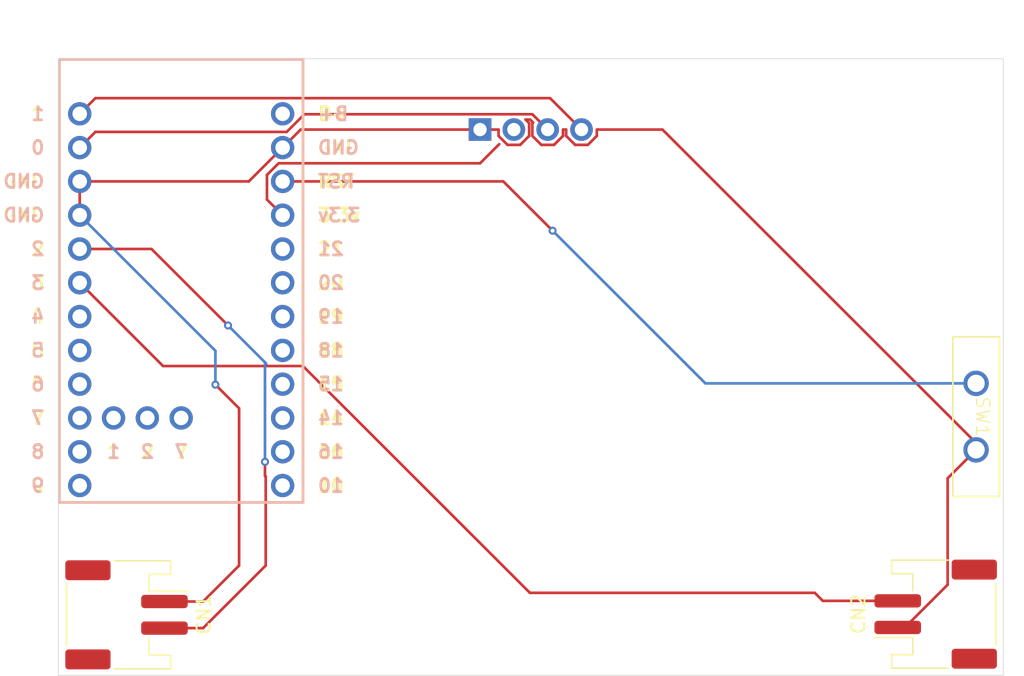
<source format=kicad_pcb>
(kicad_pcb (version 20241229) (generator "pcbnew") (generator_version "9.0")
  (layers (0 "F.Cu" signal) (2 "B.Cu" signal) (13 "F.Paste" user) (15 "B.Paste" user) (5 "F.SilkS" user "F.Silkscreen") (7 "B.SilkS" user "B.Silkscreen") (1 "F.Mask" user) (3 "B.Mask" user) (25 "Edge.Cuts" user))
  (net 0 "")
  (net 1 "/wire1")
  (net 2 "/gnd")
  (net 3 "/wire2")
  (net 4 "/sda")
  (net 5 "/vcc")
  (net 6 "/scl")
  (net 7 "/rst")
  (footprint "Connector_JST:JST_PH_S2B-PH-SM4-TB_1x02-1MP_P2.00mm_Horizontal" (layer "F.Cu") (at 168.4 117.925 90)
    (property "Reference" "CN2" (at 0 -5.8 90) (layer "F.SilkS"))
    (property "Value" "~")
    (fp_line (start 4.06 -3.31) (end 3.04 -3.31) (stroke (width 0.12)) (layer "F.SilkS"))
    (fp_line (start 3.04 -3.31) (end 3.04 -1.71) (stroke (width 0.12)) (layer "F.SilkS"))
    (fp_line (start -3.04 -3.31) (end -3.04 -1.71) (stroke (width 0.12)) (layer "F.SilkS"))
    (fp_line (start -4.06 -3.31) (end -3.04 -3.31) (stroke (width 0.12)) (layer "F.SilkS"))
    (fp_line (start 3.04 -1.71) (end 1.76 -1.71) (stroke (width 0.12)) (layer "F.SilkS"))
    (fp_line (start -1.76 -1.71) (end -1.76 -4.6) (stroke (width 0.12)) (layer "F.SilkS"))
    (fp_line (start -3.04 -1.71) (end -1.76 -1.71) (stroke (width 0.12)) (layer "F.SilkS"))
    (fp_line (start 4.06 0.94) (end 4.06 -3.31) (stroke (width 0.12)) (layer "F.SilkS"))
    (fp_line (start -4.06 0.94) (end -4.06 -3.31) (stroke (width 0.12)) (layer "F.SilkS"))
    (fp_line (start -2.34 4.51) (end 2.34 4.51) (stroke (width 0.12)) (layer "F.SilkS"))
    (pad "1" smd roundrect (at -1 -2.85 90) (size 1 3.5) (layers "F.Cu" "F.Mask" "F.Paste") (net 2 "/gnd"))
    (pad "2" smd roundrect (at 1 -2.85 90) (size 1 3.5) (layers "F.Cu" "F.Mask" "F.Paste") (net 3 "/wire2"))
    (pad "MP" smd roundrect (at -3.35 2.9 90) (size 1.5 3.4) (layers "F.Cu" "F.Mask" "F.Paste") (roundrect_rratio 0.166667))
    (pad "MP" smd roundrect (at 3.35 2.9 90) (size 1.5 3.4) (layers "F.Cu" "F.Mask" "F.Paste") (roundrect_rratio 0.166667))
  )
  (footprint "ScottoKeebs_MCU:Nice_Nano_V2" (layer "F.Cu") (at 111.73 94.0075)
    (property "Reference" "U1" (hide yes))
    (property "Value" "Nice_Nano_V2" (hide yes))
    (fp_line (start -9.15 -17.78) (end -9.15 15.52) (stroke (width 0.2)) (layer "F.SilkS"))
    (fp_line (start 9.15 -17.78) (end -9.15 -17.78) (stroke (width 0.2)) (layer "F.SilkS"))
    (fp_line (start 9.15 -17.78) (end 9.15 15.52) (stroke (width 0.2)) (layer "F.SilkS"))
    (fp_line (start 9.15 15.52) (end -9.15 15.52) (stroke (width 0.2)) (layer "F.SilkS"))
    (fp_line (start -9.15 15.52) (end -9.15 -17.78) (stroke (width 0.2)) (layer "B.SilkS"))
    (fp_line (start 9.15 -17.78) (end -9.15 -17.78) (stroke (width 0.2)) (layer "B.SilkS"))
    (fp_line (start 9.15 15.52) (end -9.15 15.52) (stroke (width 0.2)) (layer "B.SilkS"))
    (fp_line (start 9.15 15.52) (end 9.15 -17.78) (stroke (width 0.2)) (layer "B.SilkS"))
    (fp_text user "GND" (at -10.16 -8.61 0) (layer "F.SilkS") (effects (font (thickness 0.2) (bold yes)) (justify right)))
    (fp_text user "8" (at -10.16 11.71 0) (layer "F.SilkS") (effects (font (thickness 0.2) (bold yes)) (justify right)))
    (fp_text user "0" (at -10.16 -11.15 0) (layer "F.SilkS") (effects (font (thickness 0.2) (bold yes)) (justify right)))
    (fp_text user "1" (at -10.16 -13.69 0) (layer "F.SilkS") (effects (font (thickness 0.2) (bold yes)) (justify right)))
    (fp_text user "18" (at 10.16 4.09 0) (layer "F.SilkS") (effects (font (thickness 0.2) (bold yes)) (justify left)))
    (fp_text user "GND" (at 10.16 -11.15 0) (layer "F.SilkS") (effects (font (thickness 0.2) (bold yes)) (justify left)))
    (fp_text user "RST" (at 10.16 -8.61 0) (layer "F.SilkS") (effects (font (thickness 0.2) (bold yes)) (justify left)))
    (fp_text user "3" (at -10.16 -0.99 0) (layer "F.SilkS") (effects (font (thickness 0.2) (bold yes)) (justify right)))
    (fp_text user "B+" (at 10.16 -13.69 0) (layer "F.SilkS") (effects (font (thickness 0.2) (bold yes)) (justify left)))
    (fp_text user "1" (at -5.08 11.71 0) (layer "F.SilkS") (effects (font (thickness 0.2) (bold yes))))
    (fp_text user "15" (at 10.16 6.63 0) (layer "F.SilkS") (effects (font (thickness 0.2) (bold yes)) (justify left)))
    (fp_text user "20" (at 10.16 -0.99 0) (layer "F.SilkS") (effects (font (thickness 0.2) (bold yes)) (justify left)))
    (fp_text user "21" (at 10.16 -3.53 0) (layer "F.SilkS") (effects (font (thickness 0.2) (bold yes)) (justify left)))
    (fp_text user "4" (at -10.16 1.55 0) (layer "F.SilkS") (effects (font (thickness 0.2) (bold yes)) (justify right)))
    (fp_text user "2" (at -10.16 -3.53 0) (layer "F.SilkS") (effects (font (thickness 0.2) (bold yes)) (justify right)))
    (fp_text user "14" (at 10.16 9.17 0) (layer "F.SilkS") (effects (font (thickness 0.2) (bold yes)) (justify left)))
    (fp_text user "10" (at 10.16 14.25 0) (layer "F.SilkS") (effects (font (thickness 0.2) (bold yes)) (justify left)))
    (fp_text user "3.3v" (at 10.16 -6.07 0) (layer "F.SilkS") (effects (font (thickness 0.2) (bold yes)) (justify left)))
    (fp_text user "16" (at 10.16 11.71 0) (layer "F.SilkS") (effects (font (thickness 0.2) (bold yes)) (justify left)))
    (fp_text user "7" (at -10.16 9.17 0) (layer "F.SilkS") (effects (font (thickness 0.2) (bold yes)) (justify right)))
    (fp_text user "6" (at -10.16 6.63 0) (layer "F.SilkS") (effects (font (thickness 0.2) (bold yes)) (justify right)))
    (fp_text user "2" (at -2.54 11.71 0) (layer "F.SilkS") (effects (font (thickness 0.2) (bold yes))))
    (fp_text user "5" (at -10.16 4.09 0) (layer "F.SilkS") (effects (font (thickness 0.2) (bold yes)) (justify right)))
    (fp_text user "9" (at -10.16 14.25 0) (layer "F.SilkS") (effects (font (thickness 0.2) (bold yes)) (justify right)))
    (fp_text user "GND" (at -10.16 -6.07 0) (layer "F.SilkS") (effects (font (thickness 0.2) (bold yes)) (justify right)))
    (fp_text user "19" (at 10.16 1.55 0) (layer "F.SilkS") (effects (font (thickness 0.2) (bold yes)) (justify left)))
    (fp_text user "7" (at 0 11.709998 0) (layer "F.SilkS") (effects (font (thickness 0.2) (bold yes))))
    (fp_text user "15" (at 10.16 6.63 0) (layer "B.SilkS") (effects (font (thickness 0.2) (bold yes)) (justify right mirror)))
    (fp_text user "5" (at -10.16 4.09 0) (layer "B.SilkS") (effects (font (thickness 0.2) (bold yes)) (justify left mirror)))
    (fp_text user "B+" (at 10.16 -13.69 0) (layer "B.SilkS") (effects (font (thickness 0.2) (bold yes)) (justify right mirror)))
    (fp_text user "GND" (at -10.16 -8.61 0) (layer "B.SilkS") (effects (font (thickness 0.2) (bold yes)) (justify left mirror)))
    (fp_text user "16" (at 10.16 11.71 0) (layer "B.SilkS") (effects (font (thickness 0.2) (bold yes)) (justify right mirror)))
    (fp_text user "2" (at -10.16 -3.53 0) (layer "B.SilkS") (effects (font (thickness 0.2) (bold yes)) (justify left mirror)))
    (fp_text user "3" (at -10.16 -0.99 0) (layer "B.SilkS") (effects (font (thickness 0.2) (bold yes)) (justify left mirror)))
    (fp_text user "4" (at -10.16 1.55 0) (layer "B.SilkS") (effects (font (thickness 0.2) (bold yes)) (justify left mirror)))
    (fp_text user "7" (at -10.16 9.17 0) (layer "B.SilkS") (effects (font (thickness 0.2) (bold yes)) (justify left mirror)))
    (fp_text user "1" (at -5.08 11.71 0) (layer "B.SilkS") (effects (font (thickness 0.2) (bold yes)) (justify mirror)))
    (fp_text user "7" (at 0 11.709998 0) (layer "B.SilkS") (effects (font (thickness 0.2) (bold yes)) (justify mirror)))
    (fp_text user "1" (at -10.16 -13.69 0) (layer "B.SilkS") (effects (font (thickness 0.2) (bold yes)) (justify left mirror)))
    (fp_text user "2" (at -2.54 11.71 0) (layer "B.SilkS") (effects (font (thickness 0.2) (bold yes)) (justify mirror)))
    (fp_text user "3.3v" (at 10.16 -6.07 0) (layer "B.SilkS") (effects (font (thickness 0.2) (bold yes)) (justify right mirror)))
    (fp_text user "9" (at -10.16 14.25 0) (layer "B.SilkS") (effects (font (thickness 0.2) (bold yes)) (justify left mirror)))
    (fp_text user "19" (at 10.16 1.55 0) (layer "B.SilkS") (effects (font (thickness 0.2) (bold yes)) (justify right mirror)))
    (fp_text user "10" (at 10.16 14.25 0) (layer "B.SilkS") (effects (font (thickness 0.2) (bold yes)) (justify right mirror)))
    (fp_text user "21" (at 10.16 -3.53 0) (layer "B.SilkS") (effects (font (thickness 0.2) (bold yes)) (justify right mirror)))
    (fp_text user "GND" (at -10.16 -6.07 0) (layer "B.SilkS") (effects (font (thickness 0.2) (bold yes)) (justify left mirror)))
    (fp_text user "14" (at 10.16 9.17 0) (layer "B.SilkS") (effects (font (thickness 0.2) (bold yes)) (justify right mirror)))
    (fp_text user "6" (at -10.16 6.63 0) (layer "B.SilkS") (effects (font (thickness 0.2) (bold yes)) (justify left mirror)))
    (fp_text user "18" (at 10.16 4.09 0) (layer "B.SilkS") (effects (font (thickness 0.2) (bold yes)) (justify right mirror)))
    (fp_text user "0" (at -10.16 -11.15 0) (layer "B.SilkS") (effects (font (thickness 0.2) (bold yes)) (justify left mirror)))
    (fp_text user "8" (at -10.16 11.71 0) (layer "B.SilkS") (effects (font (thickness 0.2) (bold yes)) (justify left mirror)))
    (fp_text user "GND" (at 10.16 -11.15 0) (layer "B.SilkS") (effects (font (thickness 0.2) (bold yes)) (justify right mirror)))
    (fp_text user "RST" (at 10.16 -8.61 0) (layer "B.SilkS") (effects (font (thickness 0.2) (bold yes)) (justify right mirror)))
    (fp_text user "20" (at 10.16 -0.99 0) (layer "B.SilkS") (effects (font (thickness 0.2) (bold yes)) (justify right mirror)))
    (pad "1" thru_hole circle (at -7.62 -13.69 270) (size 1.7526 1.7526) (drill 1.0922) (layers "*.Cu" "*.Mask") (net 4 "/sda"))
    (pad "2" thru_hole circle (at -7.62 -11.15 270) (size 1.7526 1.7526) (drill 1.0922) (layers "*.Cu" "*.Mask") (net 6 "/scl"))
    (pad "3" thru_hole circle (at -7.62 -8.61 270) (size 1.7526 1.7526) (drill 1.0922) (layers "*.Cu" "*.Mask") (net 2 "/gnd"))
    (pad "4" thru_hole circle (at -7.62 -6.07 270) (size 1.7526 1.7526) (drill 1.0922) (layers "*.Cu" "*.Mask") (net 2 "/gnd"))
    (pad "5" thru_hole circle (at -7.62 -3.53 270) (size 1.7526 1.7526) (drill 1.0922) (layers "*.Cu" "*.Mask") (net 1 "/wire1"))
    (pad "6" thru_hole circle (at -7.62 -0.99 270) (size 1.7526 1.7526) (drill 1.0922) (layers "*.Cu" "*.Mask") (net 3 "/wire2"))
    (pad "7" thru_hole circle (at -7.62 1.55 270) (size 1.7526 1.7526) (drill 1.0922) (layers "*.Cu" "*.Mask"))
    (pad "8" thru_hole circle (at -7.62 4.09 270) (size 1.7526 1.7526) (drill 1.0922) (layers "*.Cu" "*.Mask"))
    (pad "9" thru_hole circle (at -7.62 6.63 270) (size 1.7526 1.7526) (drill 1.0922) (layers "*.Cu" "*.Mask"))
    (pad "10" thru_hole circle (at -7.62 9.17 270) (size 1.7526 1.7526) (drill 1.0922) (layers "*.Cu" "*.Mask"))
    (pad "11" thru_hole circle (at -7.62 11.71 270) (size 1.7526 1.7526) (drill 1.0922) (layers "*.Cu" "*.Mask"))
    (pad "12" thru_hole circle (at -7.62 14.25 270) (size 1.7526 1.7526) (drill 1.0922) (layers "*.Cu" "*.Mask"))
    (pad "13" thru_hole circle (at 7.62 14.25 270) (size 1.7526 1.7526) (drill 1.0922) (layers "*.Cu" "*.Mask"))
    (pad "14" thru_hole circle (at 7.62 11.71 270) (size 1.7526 1.7526) (drill 1.0922) (layers "*.Cu" "*.Mask"))
    (pad "15" thru_hole circle (at 7.62 9.17 270) (size 1.7526 1.7526) (drill 1.0922) (layers "*.Cu" "*.Mask"))
    (pad "16" thru_hole circle (at 7.62 6.63 270) (size 1.7526 1.7526) (drill 1.0922) (layers "*.Cu" "*.Mask"))
    (pad "17" thru_hole circle (at 7.62 4.09 270) (size 1.7526 1.7526) (drill 1.0922) (layers "*.Cu" "*.Mask"))
    (pad "18" thru_hole circle (at 7.62 1.55 270) (size 1.7526 1.7526) (drill 1.0922) (layers "*.Cu" "*.Mask"))
    (pad "19" thru_hole circle (at 7.62 -0.99 270) (size 1.7526 1.7526) (drill 1.0922) (layers "*.Cu" "*.Mask"))
    (pad "20" thru_hole circle (at 7.62 -3.53 270) (size 1.7526 1.7526) (drill 1.0922) (layers "*.Cu" "*.Mask"))
    (pad "21" thru_hole circle (at 7.62 -6.07 270) (size 1.7526 1.7526) (drill 1.0922) (layers "*.Cu" "*.Mask") (net 5 "/vcc"))
    (pad "22" thru_hole circle (at 7.62 -8.61 270) (size 1.7526 1.7526) (drill 1.0922) (layers "*.Cu" "*.Mask") (net 7 "/rst"))
    (pad "23" thru_hole circle (at 7.62 -11.15 270) (size 1.7526 1.7526) (drill 1.0922) (layers "*.Cu" "*.Mask") (net 2 "/gnd"))
    (pad "24" thru_hole circle (at 7.62 -13.69 270) (size 1.7526 1.7526) (drill 1.0922) (layers "*.Cu" "*.Mask"))
    (pad "25" thru_hole circle (at -5.08 9.17) (size 1.7526 1.7526) (drill 1.0922) (layers "*.Cu" "*.Mask"))
    (pad "26" thru_hole circle (at -2.54 9.17) (size 1.7526 1.7526) (drill 1.0922) (layers "*.Cu" "*.Mask"))
    (pad "27" thru_hole circle (at 0 9.17) (size 1.7526 1.7526) (drill 1.0922) (layers "*.Cu" "*.Mask"))
  )
  (footprint "Custom Switches:Generic 2 Pin Horizontal" (layer "F.Cu") (at 171.435 103.075 -90)
    (property "Reference" "SW1" (at 0 -0.5 270) (layer "F.SilkS") (effects (font (thickness 0.1))))
    (property "Value" "SW_Push")
    (fp_rect (start -6 -1.75) (end 6 1.75) (stroke (width 0.1)) (fill no) (layer "F.SilkS"))
    (fp_rect (start -6 -1.75) (end 6 1.74) (stroke (width 0.12)) (fill no) (layer "F.SilkS"))
    (pad "1" thru_hole circle (at -2.5 0 270) (size 1.905 1.905) (drill 1.3) (layers "*.Cu" "*.Mask") (net 7 "/rst"))
    (pad "2" thru_hole circle (at 2.5 0 270) (size 1.905 1.905) (drill 1.3) (layers "*.Cu" "*.Mask") (net 2 "/gnd"))
  )
  (footprint "ScottoKeebs_Components:OLED_128x64" (layer "F.Cu") (at 137.9875 81.5)
    (property "Reference" "J1" (hide yes))
    (property "Value" "OLED_128x64")
    (pad "1" thru_hole rect (at -3.81 0 90) (size 1.7 1.7) (drill 1) (layers "*.Cu" "*.Mask") (net 2 "/gnd"))
    (pad "2" thru_hole oval (at -1.27 0 90) (size 1.7 1.7) (drill 1) (layers "*.Cu" "*.Mask") (net 5 "/vcc"))
    (pad "3" thru_hole oval (at 1.27 0 90) (size 1.7 1.7) (drill 1) (layers "*.Cu" "*.Mask") (net 6 "/scl"))
    (pad "4" thru_hole oval (at 3.81 0 90) (size 1.7 1.7) (drill 1) (layers "*.Cu" "*.Mask") (net 4 "/sda"))
  )
  (footprint "Connector_JST:JST_PH_S2B-PH-SM4-TB_1x02-1MP_P2.00mm_Horizontal" (layer "F.Cu") (at 107.625 117.975 -90)
    (property "Reference" "CN1" (at 0 -5.8 90) (layer "F.SilkS"))
    (property "Value" "~")
    (fp_line (start -2.34 4.51) (end 2.34 4.51) (stroke (width 0.12)) (layer "F.SilkS"))
    (fp_line (start -4.06 0.94) (end -4.06 -3.31) (stroke (width 0.12)) (layer "F.SilkS"))
    (fp_line (start 4.06 0.94) (end 4.06 -3.31) (stroke (width 0.12)) (layer "F.SilkS"))
    (fp_line (start -3.04 -1.71) (end -1.76 -1.71) (stroke (width 0.12)) (layer "F.SilkS"))
    (fp_line (start -1.76 -1.71) (end -1.76 -4.6) (stroke (width 0.12)) (layer "F.SilkS"))
    (fp_line (start 3.04 -1.71) (end 1.76 -1.71) (stroke (width 0.12)) (layer "F.SilkS"))
    (fp_line (start -4.06 -3.31) (end -3.04 -3.31) (stroke (width 0.12)) (layer "F.SilkS"))
    (fp_line (start -3.04 -3.31) (end -3.04 -1.71) (stroke (width 0.12)) (layer "F.SilkS"))
    (fp_line (start 3.04 -3.31) (end 3.04 -1.71) (stroke (width 0.12)) (layer "F.SilkS"))
    (fp_line (start 4.06 -3.31) (end 3.04 -3.31) (stroke (width 0.12)) (layer "F.SilkS"))
    (pad "1" smd roundrect (at -1 -2.85 270) (size 1 3.5) (layers "F.Cu" "F.Mask" "F.Paste") (net 2 "/gnd"))
    (pad "2" smd roundrect (at 1 -2.85 270) (size 1 3.5) (layers "F.Cu" "F.Mask" "F.Paste") (net 1 "/wire1"))
    (pad "MP" smd roundrect (at -3.35 2.9 270) (size 1.5 3.4) (layers "F.Cu" "F.Mask" "F.Paste") (roundrect_rratio 0.166667))
    (pad "MP" smd roundrect (at 3.35 2.9 270) (size 1.5 3.4) (layers "F.Cu" "F.Mask" "F.Paste") (roundrect_rratio 0.166667))
  )
  (gr_rect (start 102.5 76.175) (end 173.475 122.525) (stroke (width 0.05)) (fill no) (layer "Edge.Cuts"))
  (segment (start 118.025 107.525) (end 118.08 107.58) (width 0.2) (layer "F.Cu") (net 1))
  (segment (start 113.375 118.975) (end 118.08 114.27) (width 0.2) (layer "F.Cu") (net 1))
  (segment (start 104.11 90.4775) (end 109.5025 90.4775) (width 0.2) (layer "F.Cu") (net 1))
  (segment (start 118.08 107.58) (end 118.08 114.27) (width 0.2) (layer "F.Cu") (net 1))
  (segment (start 118.025 106.475) (end 118.025 107.525) (width 0.2) (layer "F.Cu") (net 1))
  (segment (start 110.475 118.975) (end 113.375 118.975) (width 0.2) (layer "F.Cu") (net 1))
  (segment (start 109.5025 90.4775) (end 115.25 96.225) (width 0.2) (layer "F.Cu") (net 1))
  (via (at 118.025 106.475) (size 0.6) (drill 0.3) (layers "F.Cu" "B.Cu") (net 1))
  (via (at 115.25 96.225) (size 0.6) (drill 0.3) (layers "F.Cu" "B.Cu") (net 1))
  (segment (start 118.025 99) (end 118.025 106.475) (width 0.2) (layer "B.Cu") (net 1))
  (segment (start 118.025 99) (end 118.125 99.1) (width 0.2) (layer "B.Cu") (net 1))
  (segment (start 115.25 96.225) (end 118.025 99) (width 0.2) (layer "B.Cu") (net 1))
  (segment (start 137.59526 80.75) (end 137.9404 80.75) (width 0.2) (layer "F.Cu") (net 2))
  (segment (start 142.9485 81.5) (end 147.875 81.5) (width 0.2) (layer "F.Cu") (net 2))
  (segment (start 135.5665 81.97676) (end 136.24074 82.651) (width 0.2) (layer "F.Cu") (net 2))
  (segment (start 135.5665 81.5) (end 135.5665 81.97676) (width 0.2) (layer "F.Cu") (net 2))
  (segment (start 140.6465 81.97676) (end 141.32074 82.651) (width 0.2) (layer "F.Cu") (net 2))
  (segment (start 116.08 114.27) (end 113.375 116.975) (width 0.2) (layer "F.Cu") (net 2))
  (segment (start 136.24074 82.651) (end 137.19426 82.651) (width 0.2) (layer "F.Cu") (net 2))
  (segment (start 165.55 118.925) (end 166.08616 118.925) (width 0.2) (layer "F.Cu") (net 2))
  (segment (start 171.435 105.06) (end 171.435 105.575) (width 0.2) (layer "F.Cu") (net 2))
  (segment (start 137.9404 80.75) (end 138.16007 80.96967) (width 0.2) (layer "F.Cu") (net 2))
  (segment (start 137.8685 81.97676) (end 137.8685 81.02324) (width 0.2) (layer "F.Cu") (net 2))
  (segment (start 147.875 81.5) (end 171.435 105.06) (width 0.2) (layer "F.Cu") (net 2))
  (segment (start 140.6465 81.5) (end 140.6465 81.97676) (width 0.2) (layer "F.Cu") (net 2))
  (segment (start 138.1065 81.02324) (end 138.1065 81.97676) (width 0.2) (layer "F.Cu") (net 2))
  (segment (start 142.9485 81.97676) (end 142.9485 81.5) (width 0.2) (layer "F.Cu") (net 2))
  (segment (start 138.16007 80.96967) (end 138.1065 81.02324) (width 0.2) (layer "F.Cu") (net 2))
  (segment (start 169.299 115.71216) (end 169.299 107.711) (width 0.2) (layer "F.Cu") (net 2))
  (segment (start 137.8685 81.02324) (end 137.59526 80.75) (width 0.2) (layer "F.Cu") (net 2))
  (segment (start 139.73426 82.651) (end 140.4085 81.97676) (width 0.2) (layer "F.Cu") (net 2))
  (segment (start 113.375 116.975) (end 110.475 116.975) (width 0.2) (layer "F.Cu") (net 2))
  (segment (start 116.08 114.27) (end 116.08 102.455) (width 0.2) (layer "F.Cu") (net 2))
  (segment (start 138.1065 81.97676) (end 138.78074 82.651) (width 0.2) (layer "F.Cu") (net 2))
  (segment (start 142.27426 82.651) (end 142.9485 81.97676) (width 0.2) (layer "F.Cu") (net 2))
  (segment (start 104.11 85.3975) (end 104.11 87.9375) (width 0.2) (layer "F.Cu") (net 2))
  (segment (start 116.81 85.3975) (end 119.35 82.8575) (width 0.2) (layer "F.Cu") (net 2))
  (segment (start 116.08 102.455) (end 114.3 100.675) (width 0.2) (layer "F.Cu") (net 2))
  (segment (start 120.7075 81.5) (end 119.35 82.8575) (width 0.2) (layer "F.Cu") (net 2))
  (segment (start 138.78074 82.651) (end 139.73426 82.651) (width 0.2) (layer "F.Cu") (net 2))
  (segment (start 140.4085 81.5) (end 140.6465 81.5) (width 0.2) (layer "F.Cu") (net 2))
  (segment (start 141.32074 82.651) (end 142.27426 82.651) (width 0.2) (layer "F.Cu") (net 2))
  (segment (start 137.19426 82.651) (end 137.8685 81.97676) (width 0.2) (layer "F.Cu") (net 2))
  (segment (start 166.08616 118.925) (end 169.299 115.71216) (width 0.2) (layer "F.Cu") (net 2))
  (segment (start 104.11 85.3975) (end 116.81 85.3975) (width 0.2) (layer "F.Cu") (net 2))
  (segment (start 134.1775 81.5) (end 120.7075 81.5) (width 0.2) (layer "F.Cu") (net 2))
  (segment (start 134.1775 81.5) (end 135.5665 81.5) (width 0.2) (layer "F.Cu") (net 2))
  (segment (start 140.4085 81.97676) (end 140.4085 81.5) (width 0.2) (layer "F.Cu") (net 2))
  (segment (start 169.299 107.711) (end 171.435 105.575) (width 0.2) (layer "F.Cu") (net 2))
  (via (at 114.3 100.675) (size 0.6) (drill 0.3) (layers "F.Cu" "B.Cu") (net 2))
  (segment (start 114.3 100.675) (end 114.3 98.1275) (width 0.2) (layer "B.Cu") (net 2))
  (segment (start 114.3 98.1275) (end 104.11 87.9375) (width 0.2) (layer "B.Cu") (net 2))
  (segment (start 159.923 116.925) (end 165.55 116.925) (width 0.2) (layer "F.Cu") (net 3))
  (segment (start 159.319 116.321) (end 137.921 116.321) (width 0.2) (layer "F.Cu") (net 3))
  (segment (start 120.8748 99.2748) (end 110.3673 99.2748) (width 0.2) (layer "F.Cu") (net 3))
  (segment (start 110.3673 99.2748) (end 104.11 93.0175) (width 0.2) (layer "F.Cu") (net 3))
  (segment (start 159.319 116.321) (end 159.923 116.925) (width 0.2) (layer "F.Cu") (net 3))
  (segment (start 137.921 116.321) (end 120.8748 99.2748) (width 0.2) (layer "F.Cu") (net 3))
  (segment (start 104.11 80.3175) (end 105.2873 79.1402) (width 0.2) (layer "F.Cu") (net 4))
  (segment (start 105.2873 79.1402) (end 139.4377 79.1402) (width 0.2) (layer "F.Cu") (net 4))
  (segment (start 139.4377 79.1402) (end 141.7975 81.5) (width 0.2) (layer "F.Cu") (net 4))
  (segment (start 118.1727 86.7602) (end 118.1727 84.909846) (width 0.2) (layer "F.Cu") (net 5))
  (segment (start 119.047746 84.0348) (end 134.1827 84.0348) (width 0.2) (layer "F.Cu") (net 5))
  (segment (start 119.35 87.9375) (end 118.1727 86.7602) (width 0.2) (layer "F.Cu") (net 5))
  (segment (start 134.1827 84.0348) (end 135.62007 82.59743) (width 0.2) (layer "F.Cu") (net 5))
  (segment (start 118.1727 84.909846) (end 119.047746 84.0348) (width 0.2) (layer "F.Cu") (net 5))
  (segment (start 138.1065 80.349) (end 120.983454 80.349) (width 0.2) (layer "F.Cu") (net 6))
  (segment (start 105.2925 81.675) (end 104.11 82.8575) (width 0.2) (layer "F.Cu") (net 6))
  (segment (start 119.657454 81.675) (end 105.2925 81.675) (width 0.2) (layer "F.Cu") (net 6))
  (segment (start 139.2575 81.5) (end 138.1065 80.349) (width 0.2) (layer "F.Cu") (net 6))
  (segment (start 120.983454 80.349) (end 119.657454 81.675) (width 0.2) (layer "F.Cu") (net 6))
  (segment (start 119.35 85.3975) (end 135.9225 85.3975) (width 0.2) (layer "F.Cu") (net 7))
  (segment (start 135.9225 85.3975) (end 139.625 89.1) (width 0.2) (layer "F.Cu") (net 7))
  (via (at 139.625 89.1) (size 0.6) (drill 0.3) (layers "F.Cu" "B.Cu") (net 7))
  (segment (start 151.1 100.575) (end 171.435 100.575) (width 0.2) (layer "B.Cu") (net 7))
  (segment (start 139.625 89.1) (end 151.1 100.575) (width 0.2) (layer "B.Cu") (net 7))
)
</source>
